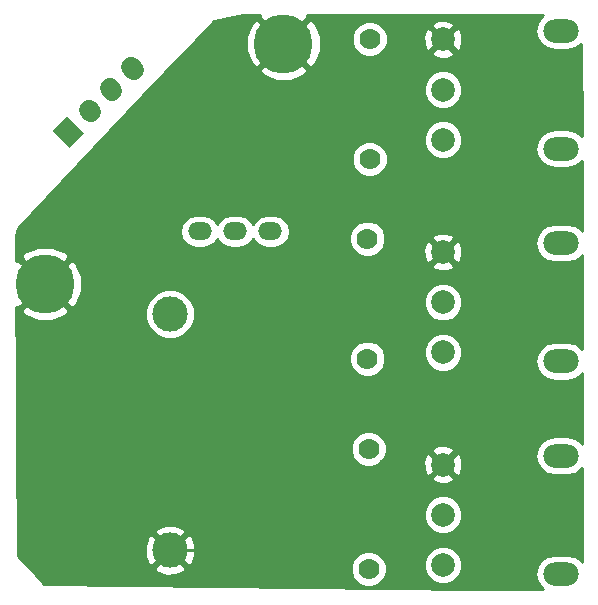
<source format=gbr>
G04 #@! TF.FileFunction,Copper,L2,Bot,Signal*
%FSLAX46Y46*%
G04 Gerber Fmt 4.6, Leading zero omitted, Abs format (unit mm)*
G04 Created by KiCad (PCBNEW 4.0.4+e1-6308~48~ubuntu15.10.1-stable) date Wed Sep 27 09:28:55 2017*
%MOMM*%
%LPD*%
G01*
G04 APERTURE LIST*
%ADD10C,0.150000*%
%ADD11C,3.000000*%
%ADD12C,1.727200*%
%ADD13O,2.000000X1.500000*%
%ADD14C,1.778000*%
%ADD15C,2.000000*%
%ADD16O,3.000000X2.000000*%
%ADD17C,5.000000*%
%ADD18C,0.250000*%
%ADD19C,0.254000*%
G04 APERTURE END LIST*
D10*
D11*
X126900000Y-92000000D03*
X126900000Y-112000000D03*
D10*
G36*
X118413686Y-77923155D02*
X116976845Y-76486314D01*
X118198160Y-75264999D01*
X119635001Y-76701840D01*
X118413686Y-77923155D01*
X118413686Y-77923155D01*
G37*
D12*
X119994211Y-74690263D02*
X120209737Y-74905789D01*
X121790263Y-72894211D02*
X122005789Y-73109737D01*
X123586314Y-71098160D02*
X123801840Y-71313686D01*
D13*
X135400000Y-85000000D03*
X132400000Y-85000000D03*
X129400000Y-85000000D03*
D14*
X143700000Y-103420000D03*
X143700000Y-113580000D03*
X143800000Y-68720000D03*
X143800000Y-78880000D03*
X143600000Y-85620000D03*
X143600000Y-95780000D03*
D15*
X150000000Y-104750000D03*
X150000000Y-109000000D03*
X150000000Y-113250000D03*
D16*
X160000000Y-114000000D03*
X160000000Y-104000000D03*
D15*
X150000000Y-68750000D03*
X150000000Y-73000000D03*
X150000000Y-77250000D03*
D16*
X160000000Y-78000000D03*
X160000000Y-68000000D03*
D15*
X150000000Y-86750000D03*
X150000000Y-91000000D03*
X150000000Y-95250000D03*
D16*
X160000000Y-96000000D03*
X160000000Y-86000000D03*
D17*
X116300000Y-89450000D03*
X136500000Y-69100000D03*
D18*
X150000000Y-104750000D02*
X142750000Y-112000000D01*
X142750000Y-112000000D02*
X126900000Y-112000000D01*
D19*
G36*
X134443725Y-66864120D02*
X136500000Y-68920395D01*
X138556275Y-66864120D01*
X138453562Y-66710000D01*
X156580981Y-66710000D01*
X158493098Y-66716228D01*
X158302053Y-66843880D01*
X157947630Y-67374313D01*
X157823173Y-68000000D01*
X157947630Y-68625687D01*
X158302053Y-69156120D01*
X158832486Y-69510543D01*
X159458173Y-69635000D01*
X160541827Y-69635000D01*
X161167514Y-69510543D01*
X161689315Y-69161887D01*
X161738633Y-76904771D01*
X161697947Y-76843880D01*
X161167514Y-76489457D01*
X160541827Y-76365000D01*
X159458173Y-76365000D01*
X158832486Y-76489457D01*
X158302053Y-76843880D01*
X157947630Y-77374313D01*
X157823173Y-78000000D01*
X157947630Y-78625687D01*
X158302053Y-79156120D01*
X158832486Y-79510543D01*
X159458173Y-79635000D01*
X160541827Y-79635000D01*
X161167514Y-79510543D01*
X161697947Y-79156120D01*
X161752454Y-79074545D01*
X161790000Y-84969323D01*
X161790000Y-84981647D01*
X161697947Y-84843880D01*
X161167514Y-84489457D01*
X160541827Y-84365000D01*
X159458173Y-84365000D01*
X158832486Y-84489457D01*
X158302053Y-84843880D01*
X157947630Y-85374313D01*
X157823173Y-86000000D01*
X157947630Y-86625687D01*
X158302053Y-87156120D01*
X158832486Y-87510543D01*
X159458173Y-87635000D01*
X160541827Y-87635000D01*
X161167514Y-87510543D01*
X161697947Y-87156120D01*
X161790000Y-87018353D01*
X161790000Y-94981647D01*
X161697947Y-94843880D01*
X161167514Y-94489457D01*
X160541827Y-94365000D01*
X159458173Y-94365000D01*
X158832486Y-94489457D01*
X158302053Y-94843880D01*
X157947630Y-95374313D01*
X157823173Y-96000000D01*
X157947630Y-96625687D01*
X158302053Y-97156120D01*
X158832486Y-97510543D01*
X159458173Y-97635000D01*
X160541827Y-97635000D01*
X161167514Y-97510543D01*
X161697947Y-97156120D01*
X161790000Y-97018353D01*
X161790000Y-102981647D01*
X161697947Y-102843880D01*
X161167514Y-102489457D01*
X160541827Y-102365000D01*
X159458173Y-102365000D01*
X158832486Y-102489457D01*
X158302053Y-102843880D01*
X157947630Y-103374313D01*
X157823173Y-104000000D01*
X157947630Y-104625687D01*
X158302053Y-105156120D01*
X158832486Y-105510543D01*
X159458173Y-105635000D01*
X160541827Y-105635000D01*
X161167514Y-105510543D01*
X161697947Y-105156120D01*
X161790000Y-105018353D01*
X161790000Y-112981647D01*
X161697947Y-112843880D01*
X161167514Y-112489457D01*
X160541827Y-112365000D01*
X159458173Y-112365000D01*
X158832486Y-112489457D01*
X158302053Y-112843880D01*
X157947630Y-113374313D01*
X157823173Y-114000000D01*
X157947630Y-114625687D01*
X158302053Y-115156120D01*
X158502419Y-115290000D01*
X152646546Y-115290000D01*
X116256315Y-114873636D01*
X115005423Y-113513970D01*
X125565635Y-113513970D01*
X125725418Y-113832739D01*
X126516187Y-114142723D01*
X127365387Y-114126497D01*
X127956109Y-113881812D01*
X142175736Y-113881812D01*
X142407262Y-114442149D01*
X142835596Y-114871231D01*
X143395528Y-115103735D01*
X144001812Y-115104264D01*
X144562149Y-114872738D01*
X144991231Y-114444404D01*
X145223735Y-113884472D01*
X145224006Y-113573795D01*
X148364716Y-113573795D01*
X148613106Y-114174943D01*
X149072637Y-114635278D01*
X149673352Y-114884716D01*
X150323795Y-114885284D01*
X150924943Y-114636894D01*
X151385278Y-114177363D01*
X151634716Y-113576648D01*
X151635284Y-112926205D01*
X151386894Y-112325057D01*
X150927363Y-111864722D01*
X150326648Y-111615284D01*
X149676205Y-111614716D01*
X149075057Y-111863106D01*
X148614722Y-112322637D01*
X148365284Y-112923352D01*
X148364716Y-113573795D01*
X145224006Y-113573795D01*
X145224264Y-113278188D01*
X144992738Y-112717851D01*
X144564404Y-112288769D01*
X144004472Y-112056265D01*
X143398188Y-112055736D01*
X142837851Y-112287262D01*
X142408769Y-112715596D01*
X142176265Y-113275528D01*
X142175736Y-113881812D01*
X127956109Y-113881812D01*
X128074582Y-113832739D01*
X128234365Y-113513970D01*
X126900000Y-112179605D01*
X125565635Y-113513970D01*
X115005423Y-113513970D01*
X114026643Y-112450079D01*
X114020623Y-111616187D01*
X124757277Y-111616187D01*
X124773503Y-112465387D01*
X125067261Y-113174582D01*
X125386030Y-113334365D01*
X126720395Y-112000000D01*
X127079605Y-112000000D01*
X128413970Y-113334365D01*
X128732739Y-113174582D01*
X129042723Y-112383813D01*
X129026497Y-111534613D01*
X128732739Y-110825418D01*
X128413970Y-110665635D01*
X127079605Y-112000000D01*
X126720395Y-112000000D01*
X125386030Y-110665635D01*
X125067261Y-110825418D01*
X124757277Y-111616187D01*
X114020623Y-111616187D01*
X114012464Y-110486030D01*
X125565635Y-110486030D01*
X126900000Y-111820395D01*
X128234365Y-110486030D01*
X128074582Y-110167261D01*
X127283813Y-109857277D01*
X126434613Y-109873503D01*
X125725418Y-110167261D01*
X125565635Y-110486030D01*
X114012464Y-110486030D01*
X114004073Y-109323795D01*
X148364716Y-109323795D01*
X148613106Y-109924943D01*
X149072637Y-110385278D01*
X149673352Y-110634716D01*
X150323795Y-110635284D01*
X150924943Y-110386894D01*
X151385278Y-109927363D01*
X151634716Y-109326648D01*
X151635284Y-108676205D01*
X151386894Y-108075057D01*
X150927363Y-107614722D01*
X150326648Y-107365284D01*
X149676205Y-107364716D01*
X149075057Y-107613106D01*
X148614722Y-108072637D01*
X148365284Y-108673352D01*
X148364716Y-109323795D01*
X114004073Y-109323795D01*
X113979371Y-105902532D01*
X149027073Y-105902532D01*
X149125736Y-106169387D01*
X149735461Y-106395908D01*
X150385460Y-106371856D01*
X150874264Y-106169387D01*
X150972927Y-105902532D01*
X150000000Y-104929605D01*
X149027073Y-105902532D01*
X113979371Y-105902532D01*
X113963625Y-103721812D01*
X142175736Y-103721812D01*
X142407262Y-104282149D01*
X142835596Y-104711231D01*
X143395528Y-104943735D01*
X144001812Y-104944264D01*
X144562149Y-104712738D01*
X144789822Y-104485461D01*
X148354092Y-104485461D01*
X148378144Y-105135460D01*
X148580613Y-105624264D01*
X148847468Y-105722927D01*
X149820395Y-104750000D01*
X150179605Y-104750000D01*
X151152532Y-105722927D01*
X151419387Y-105624264D01*
X151645908Y-105014539D01*
X151621856Y-104364540D01*
X151419387Y-103875736D01*
X151152532Y-103777073D01*
X150179605Y-104750000D01*
X149820395Y-104750000D01*
X148847468Y-103777073D01*
X148580613Y-103875736D01*
X148354092Y-104485461D01*
X144789822Y-104485461D01*
X144991231Y-104284404D01*
X145223735Y-103724472D01*
X145223845Y-103597468D01*
X149027073Y-103597468D01*
X150000000Y-104570395D01*
X150972927Y-103597468D01*
X150874264Y-103330613D01*
X150264539Y-103104092D01*
X149614540Y-103128144D01*
X149125736Y-103330613D01*
X149027073Y-103597468D01*
X145223845Y-103597468D01*
X145224264Y-103118188D01*
X144992738Y-102557851D01*
X144564404Y-102128769D01*
X144004472Y-101896265D01*
X143398188Y-101895736D01*
X142837851Y-102127262D01*
X142408769Y-102555596D01*
X142176265Y-103115528D01*
X142175736Y-103721812D01*
X113963625Y-103721812D01*
X113908462Y-96081812D01*
X142075736Y-96081812D01*
X142307262Y-96642149D01*
X142735596Y-97071231D01*
X143295528Y-97303735D01*
X143901812Y-97304264D01*
X144462149Y-97072738D01*
X144891231Y-96644404D01*
X145123735Y-96084472D01*
X145124180Y-95573795D01*
X148364716Y-95573795D01*
X148613106Y-96174943D01*
X149072637Y-96635278D01*
X149673352Y-96884716D01*
X150323795Y-96885284D01*
X150924943Y-96636894D01*
X151385278Y-96177363D01*
X151634716Y-95576648D01*
X151635284Y-94926205D01*
X151386894Y-94325057D01*
X150927363Y-93864722D01*
X150326648Y-93615284D01*
X149676205Y-93614716D01*
X149075057Y-93863106D01*
X148614722Y-94322637D01*
X148365284Y-94923352D01*
X148364716Y-95573795D01*
X145124180Y-95573795D01*
X145124264Y-95478188D01*
X144892738Y-94917851D01*
X144464404Y-94488769D01*
X143904472Y-94256265D01*
X143298188Y-94255736D01*
X142737851Y-94487262D01*
X142308769Y-94915596D01*
X142076265Y-95475528D01*
X142075736Y-96081812D01*
X113908462Y-96081812D01*
X113876722Y-91685880D01*
X114243725Y-91685880D01*
X114525421Y-92108564D01*
X115677892Y-92585294D01*
X116925072Y-92584705D01*
X117315909Y-92422815D01*
X124764630Y-92422815D01*
X125088980Y-93207800D01*
X125689041Y-93808909D01*
X126473459Y-94134628D01*
X127322815Y-94135370D01*
X128107800Y-93811020D01*
X128708909Y-93210959D01*
X129034628Y-92426541D01*
X129035370Y-91577185D01*
X128930672Y-91323795D01*
X148364716Y-91323795D01*
X148613106Y-91924943D01*
X149072637Y-92385278D01*
X149673352Y-92634716D01*
X150323795Y-92635284D01*
X150924943Y-92386894D01*
X151385278Y-91927363D01*
X151634716Y-91326648D01*
X151635284Y-90676205D01*
X151386894Y-90075057D01*
X150927363Y-89614722D01*
X150326648Y-89365284D01*
X149676205Y-89364716D01*
X149075057Y-89613106D01*
X148614722Y-90072637D01*
X148365284Y-90673352D01*
X148364716Y-91323795D01*
X128930672Y-91323795D01*
X128711020Y-90792200D01*
X128110959Y-90191091D01*
X127326541Y-89865372D01*
X126477185Y-89864630D01*
X125692200Y-90188980D01*
X125091091Y-90789041D01*
X124765372Y-91573459D01*
X124764630Y-92422815D01*
X117315909Y-92422815D01*
X118074579Y-92108564D01*
X118356275Y-91685880D01*
X116300000Y-89629605D01*
X114243725Y-91685880D01*
X113876722Y-91685880D01*
X113874512Y-91379911D01*
X114064120Y-91506275D01*
X116120395Y-89450000D01*
X116479605Y-89450000D01*
X118535880Y-91506275D01*
X118958564Y-91224579D01*
X119435294Y-90072108D01*
X119434705Y-88824928D01*
X119052637Y-87902532D01*
X149027073Y-87902532D01*
X149125736Y-88169387D01*
X149735461Y-88395908D01*
X150385460Y-88371856D01*
X150874264Y-88169387D01*
X150972927Y-87902532D01*
X150000000Y-86929605D01*
X149027073Y-87902532D01*
X119052637Y-87902532D01*
X118958564Y-87675421D01*
X118535880Y-87393725D01*
X116479605Y-89450000D01*
X116120395Y-89450000D01*
X114064120Y-87393725D01*
X113846777Y-87538573D01*
X113844435Y-87214120D01*
X114243725Y-87214120D01*
X116300000Y-89270395D01*
X118356275Y-87214120D01*
X118074579Y-86791436D01*
X116922108Y-86314706D01*
X115674928Y-86315295D01*
X114525421Y-86791436D01*
X114243725Y-87214120D01*
X113844435Y-87214120D01*
X113831753Y-85457836D01*
X113922822Y-85000000D01*
X127732968Y-85000000D01*
X127838395Y-85530017D01*
X128138625Y-85979343D01*
X128587951Y-86279573D01*
X129117968Y-86385000D01*
X129682032Y-86385000D01*
X130212049Y-86279573D01*
X130661375Y-85979343D01*
X130900000Y-85622215D01*
X131138625Y-85979343D01*
X131587951Y-86279573D01*
X132117968Y-86385000D01*
X132682032Y-86385000D01*
X133212049Y-86279573D01*
X133661375Y-85979343D01*
X133900000Y-85622215D01*
X134138625Y-85979343D01*
X134587951Y-86279573D01*
X135117968Y-86385000D01*
X135682032Y-86385000D01*
X136212049Y-86279573D01*
X136661375Y-85979343D01*
X136699815Y-85921812D01*
X142075736Y-85921812D01*
X142307262Y-86482149D01*
X142735596Y-86911231D01*
X143295528Y-87143735D01*
X143901812Y-87144264D01*
X144462149Y-86912738D01*
X144890172Y-86485461D01*
X148354092Y-86485461D01*
X148378144Y-87135460D01*
X148580613Y-87624264D01*
X148847468Y-87722927D01*
X149820395Y-86750000D01*
X150179605Y-86750000D01*
X151152532Y-87722927D01*
X151419387Y-87624264D01*
X151645908Y-87014539D01*
X151621856Y-86364540D01*
X151419387Y-85875736D01*
X151152532Y-85777073D01*
X150179605Y-86750000D01*
X149820395Y-86750000D01*
X148847468Y-85777073D01*
X148580613Y-85875736D01*
X148354092Y-86485461D01*
X144890172Y-86485461D01*
X144891231Y-86484404D01*
X145123735Y-85924472D01*
X145124020Y-85597468D01*
X149027073Y-85597468D01*
X150000000Y-86570395D01*
X150972927Y-85597468D01*
X150874264Y-85330613D01*
X150264539Y-85104092D01*
X149614540Y-85128144D01*
X149125736Y-85330613D01*
X149027073Y-85597468D01*
X145124020Y-85597468D01*
X145124264Y-85318188D01*
X144892738Y-84757851D01*
X144464404Y-84328769D01*
X143904472Y-84096265D01*
X143298188Y-84095736D01*
X142737851Y-84327262D01*
X142308769Y-84755596D01*
X142076265Y-85315528D01*
X142075736Y-85921812D01*
X136699815Y-85921812D01*
X136961605Y-85530017D01*
X137067032Y-85000000D01*
X136961605Y-84469983D01*
X136661375Y-84020657D01*
X136212049Y-83720427D01*
X135682032Y-83615000D01*
X135117968Y-83615000D01*
X134587951Y-83720427D01*
X134138625Y-84020657D01*
X133900000Y-84377785D01*
X133661375Y-84020657D01*
X133212049Y-83720427D01*
X132682032Y-83615000D01*
X132117968Y-83615000D01*
X131587951Y-83720427D01*
X131138625Y-84020657D01*
X130900000Y-84377785D01*
X130661375Y-84020657D01*
X130212049Y-83720427D01*
X129682032Y-83615000D01*
X129117968Y-83615000D01*
X128587951Y-83720427D01*
X128138625Y-84020657D01*
X127838395Y-84469983D01*
X127732968Y-85000000D01*
X113922822Y-85000000D01*
X113985716Y-84683814D01*
X119217127Y-79181812D01*
X142275736Y-79181812D01*
X142507262Y-79742149D01*
X142935596Y-80171231D01*
X143495528Y-80403735D01*
X144101812Y-80404264D01*
X144662149Y-80172738D01*
X145091231Y-79744404D01*
X145323735Y-79184472D01*
X145324264Y-78578188D01*
X145092738Y-78017851D01*
X144664404Y-77588769D01*
X144628343Y-77573795D01*
X148364716Y-77573795D01*
X148613106Y-78174943D01*
X149072637Y-78635278D01*
X149673352Y-78884716D01*
X150323795Y-78885284D01*
X150924943Y-78636894D01*
X151385278Y-78177363D01*
X151634716Y-77576648D01*
X151635284Y-76926205D01*
X151386894Y-76325057D01*
X150927363Y-75864722D01*
X150326648Y-75615284D01*
X149676205Y-75614716D01*
X149075057Y-75863106D01*
X148614722Y-76322637D01*
X148365284Y-76923352D01*
X148364716Y-77573795D01*
X144628343Y-77573795D01*
X144104472Y-77356265D01*
X143498188Y-77355736D01*
X142937851Y-77587262D01*
X142508769Y-78015596D01*
X142276265Y-78575528D01*
X142275736Y-79181812D01*
X119217127Y-79181812D01*
X124787044Y-73323795D01*
X148364716Y-73323795D01*
X148613106Y-73924943D01*
X149072637Y-74385278D01*
X149673352Y-74634716D01*
X150323795Y-74635284D01*
X150924943Y-74386894D01*
X151385278Y-73927363D01*
X151634716Y-73326648D01*
X151635284Y-72676205D01*
X151386894Y-72075057D01*
X150927363Y-71614722D01*
X150326648Y-71365284D01*
X149676205Y-71364716D01*
X149075057Y-71613106D01*
X148614722Y-72072637D01*
X148365284Y-72673352D01*
X148364716Y-73323795D01*
X124787044Y-73323795D01*
X126677193Y-71335880D01*
X134443725Y-71335880D01*
X134725421Y-71758564D01*
X135877892Y-72235294D01*
X137125072Y-72234705D01*
X138274579Y-71758564D01*
X138556275Y-71335880D01*
X136500000Y-69279605D01*
X134443725Y-71335880D01*
X126677193Y-71335880D01*
X129394625Y-68477892D01*
X133364706Y-68477892D01*
X133365295Y-69725072D01*
X133841436Y-70874579D01*
X134264120Y-71156275D01*
X136320395Y-69100000D01*
X136679605Y-69100000D01*
X138735880Y-71156275D01*
X139158564Y-70874579D01*
X139635294Y-69722108D01*
X139634964Y-69021812D01*
X142275736Y-69021812D01*
X142507262Y-69582149D01*
X142935596Y-70011231D01*
X143495528Y-70243735D01*
X144101812Y-70244264D01*
X144662149Y-70012738D01*
X144772547Y-69902532D01*
X149027073Y-69902532D01*
X149125736Y-70169387D01*
X149735461Y-70395908D01*
X150385460Y-70371856D01*
X150874264Y-70169387D01*
X150972927Y-69902532D01*
X150000000Y-68929605D01*
X149027073Y-69902532D01*
X144772547Y-69902532D01*
X145091231Y-69584404D01*
X145323735Y-69024472D01*
X145324205Y-68485461D01*
X148354092Y-68485461D01*
X148378144Y-69135460D01*
X148580613Y-69624264D01*
X148847468Y-69722927D01*
X149820395Y-68750000D01*
X150179605Y-68750000D01*
X151152532Y-69722927D01*
X151419387Y-69624264D01*
X151645908Y-69014539D01*
X151621856Y-68364540D01*
X151419387Y-67875736D01*
X151152532Y-67777073D01*
X150179605Y-68750000D01*
X149820395Y-68750000D01*
X148847468Y-67777073D01*
X148580613Y-67875736D01*
X148354092Y-68485461D01*
X145324205Y-68485461D01*
X145324264Y-68418188D01*
X145092738Y-67857851D01*
X144832809Y-67597468D01*
X149027073Y-67597468D01*
X150000000Y-68570395D01*
X150972927Y-67597468D01*
X150874264Y-67330613D01*
X150264539Y-67104092D01*
X149614540Y-67128144D01*
X149125736Y-67330613D01*
X149027073Y-67597468D01*
X144832809Y-67597468D01*
X144664404Y-67428769D01*
X144104472Y-67196265D01*
X143498188Y-67195736D01*
X142937851Y-67427262D01*
X142508769Y-67855596D01*
X142276265Y-68415528D01*
X142275736Y-69021812D01*
X139634964Y-69021812D01*
X139634705Y-68474928D01*
X139158564Y-67325421D01*
X138735880Y-67043725D01*
X136679605Y-69100000D01*
X136320395Y-69100000D01*
X134264120Y-67043725D01*
X133841436Y-67325421D01*
X133364706Y-68477892D01*
X129394625Y-68477892D01*
X130610402Y-67199231D01*
X133069931Y-66710000D01*
X134546438Y-66710000D01*
X134443725Y-66864120D01*
X134443725Y-66864120D01*
G37*
X134443725Y-66864120D02*
X136500000Y-68920395D01*
X138556275Y-66864120D01*
X138453562Y-66710000D01*
X156580981Y-66710000D01*
X158493098Y-66716228D01*
X158302053Y-66843880D01*
X157947630Y-67374313D01*
X157823173Y-68000000D01*
X157947630Y-68625687D01*
X158302053Y-69156120D01*
X158832486Y-69510543D01*
X159458173Y-69635000D01*
X160541827Y-69635000D01*
X161167514Y-69510543D01*
X161689315Y-69161887D01*
X161738633Y-76904771D01*
X161697947Y-76843880D01*
X161167514Y-76489457D01*
X160541827Y-76365000D01*
X159458173Y-76365000D01*
X158832486Y-76489457D01*
X158302053Y-76843880D01*
X157947630Y-77374313D01*
X157823173Y-78000000D01*
X157947630Y-78625687D01*
X158302053Y-79156120D01*
X158832486Y-79510543D01*
X159458173Y-79635000D01*
X160541827Y-79635000D01*
X161167514Y-79510543D01*
X161697947Y-79156120D01*
X161752454Y-79074545D01*
X161790000Y-84969323D01*
X161790000Y-84981647D01*
X161697947Y-84843880D01*
X161167514Y-84489457D01*
X160541827Y-84365000D01*
X159458173Y-84365000D01*
X158832486Y-84489457D01*
X158302053Y-84843880D01*
X157947630Y-85374313D01*
X157823173Y-86000000D01*
X157947630Y-86625687D01*
X158302053Y-87156120D01*
X158832486Y-87510543D01*
X159458173Y-87635000D01*
X160541827Y-87635000D01*
X161167514Y-87510543D01*
X161697947Y-87156120D01*
X161790000Y-87018353D01*
X161790000Y-94981647D01*
X161697947Y-94843880D01*
X161167514Y-94489457D01*
X160541827Y-94365000D01*
X159458173Y-94365000D01*
X158832486Y-94489457D01*
X158302053Y-94843880D01*
X157947630Y-95374313D01*
X157823173Y-96000000D01*
X157947630Y-96625687D01*
X158302053Y-97156120D01*
X158832486Y-97510543D01*
X159458173Y-97635000D01*
X160541827Y-97635000D01*
X161167514Y-97510543D01*
X161697947Y-97156120D01*
X161790000Y-97018353D01*
X161790000Y-102981647D01*
X161697947Y-102843880D01*
X161167514Y-102489457D01*
X160541827Y-102365000D01*
X159458173Y-102365000D01*
X158832486Y-102489457D01*
X158302053Y-102843880D01*
X157947630Y-103374313D01*
X157823173Y-104000000D01*
X157947630Y-104625687D01*
X158302053Y-105156120D01*
X158832486Y-105510543D01*
X159458173Y-105635000D01*
X160541827Y-105635000D01*
X161167514Y-105510543D01*
X161697947Y-105156120D01*
X161790000Y-105018353D01*
X161790000Y-112981647D01*
X161697947Y-112843880D01*
X161167514Y-112489457D01*
X160541827Y-112365000D01*
X159458173Y-112365000D01*
X158832486Y-112489457D01*
X158302053Y-112843880D01*
X157947630Y-113374313D01*
X157823173Y-114000000D01*
X157947630Y-114625687D01*
X158302053Y-115156120D01*
X158502419Y-115290000D01*
X152646546Y-115290000D01*
X116256315Y-114873636D01*
X115005423Y-113513970D01*
X125565635Y-113513970D01*
X125725418Y-113832739D01*
X126516187Y-114142723D01*
X127365387Y-114126497D01*
X127956109Y-113881812D01*
X142175736Y-113881812D01*
X142407262Y-114442149D01*
X142835596Y-114871231D01*
X143395528Y-115103735D01*
X144001812Y-115104264D01*
X144562149Y-114872738D01*
X144991231Y-114444404D01*
X145223735Y-113884472D01*
X145224006Y-113573795D01*
X148364716Y-113573795D01*
X148613106Y-114174943D01*
X149072637Y-114635278D01*
X149673352Y-114884716D01*
X150323795Y-114885284D01*
X150924943Y-114636894D01*
X151385278Y-114177363D01*
X151634716Y-113576648D01*
X151635284Y-112926205D01*
X151386894Y-112325057D01*
X150927363Y-111864722D01*
X150326648Y-111615284D01*
X149676205Y-111614716D01*
X149075057Y-111863106D01*
X148614722Y-112322637D01*
X148365284Y-112923352D01*
X148364716Y-113573795D01*
X145224006Y-113573795D01*
X145224264Y-113278188D01*
X144992738Y-112717851D01*
X144564404Y-112288769D01*
X144004472Y-112056265D01*
X143398188Y-112055736D01*
X142837851Y-112287262D01*
X142408769Y-112715596D01*
X142176265Y-113275528D01*
X142175736Y-113881812D01*
X127956109Y-113881812D01*
X128074582Y-113832739D01*
X128234365Y-113513970D01*
X126900000Y-112179605D01*
X125565635Y-113513970D01*
X115005423Y-113513970D01*
X114026643Y-112450079D01*
X114020623Y-111616187D01*
X124757277Y-111616187D01*
X124773503Y-112465387D01*
X125067261Y-113174582D01*
X125386030Y-113334365D01*
X126720395Y-112000000D01*
X127079605Y-112000000D01*
X128413970Y-113334365D01*
X128732739Y-113174582D01*
X129042723Y-112383813D01*
X129026497Y-111534613D01*
X128732739Y-110825418D01*
X128413970Y-110665635D01*
X127079605Y-112000000D01*
X126720395Y-112000000D01*
X125386030Y-110665635D01*
X125067261Y-110825418D01*
X124757277Y-111616187D01*
X114020623Y-111616187D01*
X114012464Y-110486030D01*
X125565635Y-110486030D01*
X126900000Y-111820395D01*
X128234365Y-110486030D01*
X128074582Y-110167261D01*
X127283813Y-109857277D01*
X126434613Y-109873503D01*
X125725418Y-110167261D01*
X125565635Y-110486030D01*
X114012464Y-110486030D01*
X114004073Y-109323795D01*
X148364716Y-109323795D01*
X148613106Y-109924943D01*
X149072637Y-110385278D01*
X149673352Y-110634716D01*
X150323795Y-110635284D01*
X150924943Y-110386894D01*
X151385278Y-109927363D01*
X151634716Y-109326648D01*
X151635284Y-108676205D01*
X151386894Y-108075057D01*
X150927363Y-107614722D01*
X150326648Y-107365284D01*
X149676205Y-107364716D01*
X149075057Y-107613106D01*
X148614722Y-108072637D01*
X148365284Y-108673352D01*
X148364716Y-109323795D01*
X114004073Y-109323795D01*
X113979371Y-105902532D01*
X149027073Y-105902532D01*
X149125736Y-106169387D01*
X149735461Y-106395908D01*
X150385460Y-106371856D01*
X150874264Y-106169387D01*
X150972927Y-105902532D01*
X150000000Y-104929605D01*
X149027073Y-105902532D01*
X113979371Y-105902532D01*
X113963625Y-103721812D01*
X142175736Y-103721812D01*
X142407262Y-104282149D01*
X142835596Y-104711231D01*
X143395528Y-104943735D01*
X144001812Y-104944264D01*
X144562149Y-104712738D01*
X144789822Y-104485461D01*
X148354092Y-104485461D01*
X148378144Y-105135460D01*
X148580613Y-105624264D01*
X148847468Y-105722927D01*
X149820395Y-104750000D01*
X150179605Y-104750000D01*
X151152532Y-105722927D01*
X151419387Y-105624264D01*
X151645908Y-105014539D01*
X151621856Y-104364540D01*
X151419387Y-103875736D01*
X151152532Y-103777073D01*
X150179605Y-104750000D01*
X149820395Y-104750000D01*
X148847468Y-103777073D01*
X148580613Y-103875736D01*
X148354092Y-104485461D01*
X144789822Y-104485461D01*
X144991231Y-104284404D01*
X145223735Y-103724472D01*
X145223845Y-103597468D01*
X149027073Y-103597468D01*
X150000000Y-104570395D01*
X150972927Y-103597468D01*
X150874264Y-103330613D01*
X150264539Y-103104092D01*
X149614540Y-103128144D01*
X149125736Y-103330613D01*
X149027073Y-103597468D01*
X145223845Y-103597468D01*
X145224264Y-103118188D01*
X144992738Y-102557851D01*
X144564404Y-102128769D01*
X144004472Y-101896265D01*
X143398188Y-101895736D01*
X142837851Y-102127262D01*
X142408769Y-102555596D01*
X142176265Y-103115528D01*
X142175736Y-103721812D01*
X113963625Y-103721812D01*
X113908462Y-96081812D01*
X142075736Y-96081812D01*
X142307262Y-96642149D01*
X142735596Y-97071231D01*
X143295528Y-97303735D01*
X143901812Y-97304264D01*
X144462149Y-97072738D01*
X144891231Y-96644404D01*
X145123735Y-96084472D01*
X145124180Y-95573795D01*
X148364716Y-95573795D01*
X148613106Y-96174943D01*
X149072637Y-96635278D01*
X149673352Y-96884716D01*
X150323795Y-96885284D01*
X150924943Y-96636894D01*
X151385278Y-96177363D01*
X151634716Y-95576648D01*
X151635284Y-94926205D01*
X151386894Y-94325057D01*
X150927363Y-93864722D01*
X150326648Y-93615284D01*
X149676205Y-93614716D01*
X149075057Y-93863106D01*
X148614722Y-94322637D01*
X148365284Y-94923352D01*
X148364716Y-95573795D01*
X145124180Y-95573795D01*
X145124264Y-95478188D01*
X144892738Y-94917851D01*
X144464404Y-94488769D01*
X143904472Y-94256265D01*
X143298188Y-94255736D01*
X142737851Y-94487262D01*
X142308769Y-94915596D01*
X142076265Y-95475528D01*
X142075736Y-96081812D01*
X113908462Y-96081812D01*
X113876722Y-91685880D01*
X114243725Y-91685880D01*
X114525421Y-92108564D01*
X115677892Y-92585294D01*
X116925072Y-92584705D01*
X117315909Y-92422815D01*
X124764630Y-92422815D01*
X125088980Y-93207800D01*
X125689041Y-93808909D01*
X126473459Y-94134628D01*
X127322815Y-94135370D01*
X128107800Y-93811020D01*
X128708909Y-93210959D01*
X129034628Y-92426541D01*
X129035370Y-91577185D01*
X128930672Y-91323795D01*
X148364716Y-91323795D01*
X148613106Y-91924943D01*
X149072637Y-92385278D01*
X149673352Y-92634716D01*
X150323795Y-92635284D01*
X150924943Y-92386894D01*
X151385278Y-91927363D01*
X151634716Y-91326648D01*
X151635284Y-90676205D01*
X151386894Y-90075057D01*
X150927363Y-89614722D01*
X150326648Y-89365284D01*
X149676205Y-89364716D01*
X149075057Y-89613106D01*
X148614722Y-90072637D01*
X148365284Y-90673352D01*
X148364716Y-91323795D01*
X128930672Y-91323795D01*
X128711020Y-90792200D01*
X128110959Y-90191091D01*
X127326541Y-89865372D01*
X126477185Y-89864630D01*
X125692200Y-90188980D01*
X125091091Y-90789041D01*
X124765372Y-91573459D01*
X124764630Y-92422815D01*
X117315909Y-92422815D01*
X118074579Y-92108564D01*
X118356275Y-91685880D01*
X116300000Y-89629605D01*
X114243725Y-91685880D01*
X113876722Y-91685880D01*
X113874512Y-91379911D01*
X114064120Y-91506275D01*
X116120395Y-89450000D01*
X116479605Y-89450000D01*
X118535880Y-91506275D01*
X118958564Y-91224579D01*
X119435294Y-90072108D01*
X119434705Y-88824928D01*
X119052637Y-87902532D01*
X149027073Y-87902532D01*
X149125736Y-88169387D01*
X149735461Y-88395908D01*
X150385460Y-88371856D01*
X150874264Y-88169387D01*
X150972927Y-87902532D01*
X150000000Y-86929605D01*
X149027073Y-87902532D01*
X119052637Y-87902532D01*
X118958564Y-87675421D01*
X118535880Y-87393725D01*
X116479605Y-89450000D01*
X116120395Y-89450000D01*
X114064120Y-87393725D01*
X113846777Y-87538573D01*
X113844435Y-87214120D01*
X114243725Y-87214120D01*
X116300000Y-89270395D01*
X118356275Y-87214120D01*
X118074579Y-86791436D01*
X116922108Y-86314706D01*
X115674928Y-86315295D01*
X114525421Y-86791436D01*
X114243725Y-87214120D01*
X113844435Y-87214120D01*
X113831753Y-85457836D01*
X113922822Y-85000000D01*
X127732968Y-85000000D01*
X127838395Y-85530017D01*
X128138625Y-85979343D01*
X128587951Y-86279573D01*
X129117968Y-86385000D01*
X129682032Y-86385000D01*
X130212049Y-86279573D01*
X130661375Y-85979343D01*
X130900000Y-85622215D01*
X131138625Y-85979343D01*
X131587951Y-86279573D01*
X132117968Y-86385000D01*
X132682032Y-86385000D01*
X133212049Y-86279573D01*
X133661375Y-85979343D01*
X133900000Y-85622215D01*
X134138625Y-85979343D01*
X134587951Y-86279573D01*
X135117968Y-86385000D01*
X135682032Y-86385000D01*
X136212049Y-86279573D01*
X136661375Y-85979343D01*
X136699815Y-85921812D01*
X142075736Y-85921812D01*
X142307262Y-86482149D01*
X142735596Y-86911231D01*
X143295528Y-87143735D01*
X143901812Y-87144264D01*
X144462149Y-86912738D01*
X144890172Y-86485461D01*
X148354092Y-86485461D01*
X148378144Y-87135460D01*
X148580613Y-87624264D01*
X148847468Y-87722927D01*
X149820395Y-86750000D01*
X150179605Y-86750000D01*
X151152532Y-87722927D01*
X151419387Y-87624264D01*
X151645908Y-87014539D01*
X151621856Y-86364540D01*
X151419387Y-85875736D01*
X151152532Y-85777073D01*
X150179605Y-86750000D01*
X149820395Y-86750000D01*
X148847468Y-85777073D01*
X148580613Y-85875736D01*
X148354092Y-86485461D01*
X144890172Y-86485461D01*
X144891231Y-86484404D01*
X145123735Y-85924472D01*
X145124020Y-85597468D01*
X149027073Y-85597468D01*
X150000000Y-86570395D01*
X150972927Y-85597468D01*
X150874264Y-85330613D01*
X150264539Y-85104092D01*
X149614540Y-85128144D01*
X149125736Y-85330613D01*
X149027073Y-85597468D01*
X145124020Y-85597468D01*
X145124264Y-85318188D01*
X144892738Y-84757851D01*
X144464404Y-84328769D01*
X143904472Y-84096265D01*
X143298188Y-84095736D01*
X142737851Y-84327262D01*
X142308769Y-84755596D01*
X142076265Y-85315528D01*
X142075736Y-85921812D01*
X136699815Y-85921812D01*
X136961605Y-85530017D01*
X137067032Y-85000000D01*
X136961605Y-84469983D01*
X136661375Y-84020657D01*
X136212049Y-83720427D01*
X135682032Y-83615000D01*
X135117968Y-83615000D01*
X134587951Y-83720427D01*
X134138625Y-84020657D01*
X133900000Y-84377785D01*
X133661375Y-84020657D01*
X133212049Y-83720427D01*
X132682032Y-83615000D01*
X132117968Y-83615000D01*
X131587951Y-83720427D01*
X131138625Y-84020657D01*
X130900000Y-84377785D01*
X130661375Y-84020657D01*
X130212049Y-83720427D01*
X129682032Y-83615000D01*
X129117968Y-83615000D01*
X128587951Y-83720427D01*
X128138625Y-84020657D01*
X127838395Y-84469983D01*
X127732968Y-85000000D01*
X113922822Y-85000000D01*
X113985716Y-84683814D01*
X119217127Y-79181812D01*
X142275736Y-79181812D01*
X142507262Y-79742149D01*
X142935596Y-80171231D01*
X143495528Y-80403735D01*
X144101812Y-80404264D01*
X144662149Y-80172738D01*
X145091231Y-79744404D01*
X145323735Y-79184472D01*
X145324264Y-78578188D01*
X145092738Y-78017851D01*
X144664404Y-77588769D01*
X144628343Y-77573795D01*
X148364716Y-77573795D01*
X148613106Y-78174943D01*
X149072637Y-78635278D01*
X149673352Y-78884716D01*
X150323795Y-78885284D01*
X150924943Y-78636894D01*
X151385278Y-78177363D01*
X151634716Y-77576648D01*
X151635284Y-76926205D01*
X151386894Y-76325057D01*
X150927363Y-75864722D01*
X150326648Y-75615284D01*
X149676205Y-75614716D01*
X149075057Y-75863106D01*
X148614722Y-76322637D01*
X148365284Y-76923352D01*
X148364716Y-77573795D01*
X144628343Y-77573795D01*
X144104472Y-77356265D01*
X143498188Y-77355736D01*
X142937851Y-77587262D01*
X142508769Y-78015596D01*
X142276265Y-78575528D01*
X142275736Y-79181812D01*
X119217127Y-79181812D01*
X124787044Y-73323795D01*
X148364716Y-73323795D01*
X148613106Y-73924943D01*
X149072637Y-74385278D01*
X149673352Y-74634716D01*
X150323795Y-74635284D01*
X150924943Y-74386894D01*
X151385278Y-73927363D01*
X151634716Y-73326648D01*
X151635284Y-72676205D01*
X151386894Y-72075057D01*
X150927363Y-71614722D01*
X150326648Y-71365284D01*
X149676205Y-71364716D01*
X149075057Y-71613106D01*
X148614722Y-72072637D01*
X148365284Y-72673352D01*
X148364716Y-73323795D01*
X124787044Y-73323795D01*
X126677193Y-71335880D01*
X134443725Y-71335880D01*
X134725421Y-71758564D01*
X135877892Y-72235294D01*
X137125072Y-72234705D01*
X138274579Y-71758564D01*
X138556275Y-71335880D01*
X136500000Y-69279605D01*
X134443725Y-71335880D01*
X126677193Y-71335880D01*
X129394625Y-68477892D01*
X133364706Y-68477892D01*
X133365295Y-69725072D01*
X133841436Y-70874579D01*
X134264120Y-71156275D01*
X136320395Y-69100000D01*
X136679605Y-69100000D01*
X138735880Y-71156275D01*
X139158564Y-70874579D01*
X139635294Y-69722108D01*
X139634964Y-69021812D01*
X142275736Y-69021812D01*
X142507262Y-69582149D01*
X142935596Y-70011231D01*
X143495528Y-70243735D01*
X144101812Y-70244264D01*
X144662149Y-70012738D01*
X144772547Y-69902532D01*
X149027073Y-69902532D01*
X149125736Y-70169387D01*
X149735461Y-70395908D01*
X150385460Y-70371856D01*
X150874264Y-70169387D01*
X150972927Y-69902532D01*
X150000000Y-68929605D01*
X149027073Y-69902532D01*
X144772547Y-69902532D01*
X145091231Y-69584404D01*
X145323735Y-69024472D01*
X145324205Y-68485461D01*
X148354092Y-68485461D01*
X148378144Y-69135460D01*
X148580613Y-69624264D01*
X148847468Y-69722927D01*
X149820395Y-68750000D01*
X150179605Y-68750000D01*
X151152532Y-69722927D01*
X151419387Y-69624264D01*
X151645908Y-69014539D01*
X151621856Y-68364540D01*
X151419387Y-67875736D01*
X151152532Y-67777073D01*
X150179605Y-68750000D01*
X149820395Y-68750000D01*
X148847468Y-67777073D01*
X148580613Y-67875736D01*
X148354092Y-68485461D01*
X145324205Y-68485461D01*
X145324264Y-68418188D01*
X145092738Y-67857851D01*
X144832809Y-67597468D01*
X149027073Y-67597468D01*
X150000000Y-68570395D01*
X150972927Y-67597468D01*
X150874264Y-67330613D01*
X150264539Y-67104092D01*
X149614540Y-67128144D01*
X149125736Y-67330613D01*
X149027073Y-67597468D01*
X144832809Y-67597468D01*
X144664404Y-67428769D01*
X144104472Y-67196265D01*
X143498188Y-67195736D01*
X142937851Y-67427262D01*
X142508769Y-67855596D01*
X142276265Y-68415528D01*
X142275736Y-69021812D01*
X139634964Y-69021812D01*
X139634705Y-68474928D01*
X139158564Y-67325421D01*
X138735880Y-67043725D01*
X136679605Y-69100000D01*
X136320395Y-69100000D01*
X134264120Y-67043725D01*
X133841436Y-67325421D01*
X133364706Y-68477892D01*
X129394625Y-68477892D01*
X130610402Y-67199231D01*
X133069931Y-66710000D01*
X134546438Y-66710000D01*
X134443725Y-66864120D01*
M02*

</source>
